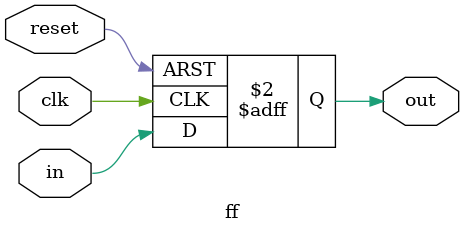
<source format=sv>
module LFSR #(parameter N = 5)
				(	
				input logic clk, 
				output logic [N - 1:0] lfsr
				); 
	
logic feedback, reset; 	
	
assign feedback = lfsr[0] ^ lfsr[2];
	
// Start-up condition, sets the output to 5'b11111 if it is zero. 
always_comb begin
	if (lfsr == 5'b0)
		reset = 1'b1; 
	else 
		reset = 1'b0; 
end 
	
// Generates the four flip flops that perform the shift operation on posedge of clock 
genvar i;				
generate  
	for (i = N - 1; i > 0; i--) begin : generate_shift_array 
		ff lfsr_ff
			(	
			.clk(clk), 
			.in(lfsr[i]), 
			.reset(reset),
			.out(lfsr[i - 1])
			);
	end 
endgenerate 

// Final ff of LFSR 
ff lfsr_end 
			(	
			.clk(clk), 
			.in(feedback), 
			.reset(reset),
			.out(lfsr[4])
			);
					
endmodule 

// Flip-flop module with reset that drives output high when triggered. 
module ff 
	(	
	input logic clk,
	input logic in, 
	input logic reset, 
	output logic out
	); 

always_ff @(posedge clk or posedge reset) 
	// reset lfsr to a non-zero value if it is zero (start-up)
	if (reset)	out <= 1'b1; 				
	else			out <= in; 

endmodule 

</source>
